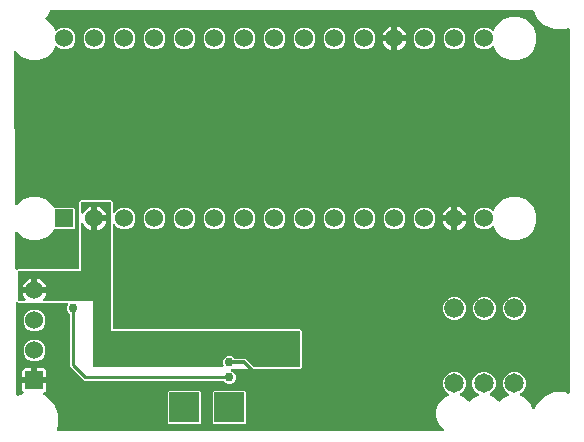
<source format=gbr>
G04 EAGLE Gerber RS-274X export*
G75*
%MOMM*%
%FSLAX34Y34*%
%LPD*%
%INBottom Copper*%
%IPPOS*%
%AMOC8*
5,1,8,0,0,1.08239X$1,22.5*%
G01*
%ADD10R,1.530000X1.530000*%
%ADD11C,1.530000*%
%ADD12C,1.650000*%
%ADD13C,1.676400*%
%ADD14R,1.524000X1.524000*%
%ADD15C,1.524000*%
%ADD16R,2.540000X2.540000*%
%ADD17C,0.756400*%
%ADD18C,0.254000*%
%ADD19C,0.304800*%

G36*
X371165Y10178D02*
X371165Y10178D01*
X371304Y10191D01*
X371323Y10198D01*
X371343Y10201D01*
X371472Y10252D01*
X371603Y10299D01*
X371620Y10310D01*
X371639Y10318D01*
X371751Y10399D01*
X371866Y10477D01*
X371880Y10493D01*
X371896Y10504D01*
X371985Y10612D01*
X372077Y10716D01*
X372086Y10734D01*
X372099Y10749D01*
X372158Y10875D01*
X372221Y10999D01*
X372226Y11019D01*
X372234Y11037D01*
X372260Y11173D01*
X372291Y11309D01*
X372290Y11330D01*
X372294Y11349D01*
X372285Y11488D01*
X372281Y11627D01*
X372276Y11647D01*
X372274Y11667D01*
X372232Y11799D01*
X372193Y11933D01*
X372183Y11950D01*
X372176Y11969D01*
X372102Y12087D01*
X372031Y12207D01*
X372013Y12228D01*
X372006Y12238D01*
X371991Y12252D01*
X371925Y12327D01*
X367723Y16529D01*
X365339Y22285D01*
X365339Y28515D01*
X367723Y34271D01*
X372129Y38677D01*
X375597Y40113D01*
X375717Y40182D01*
X375840Y40247D01*
X375855Y40260D01*
X375873Y40270D01*
X375973Y40367D01*
X376076Y40461D01*
X376087Y40478D01*
X376101Y40492D01*
X376174Y40610D01*
X376250Y40726D01*
X376257Y40746D01*
X376267Y40763D01*
X376308Y40896D01*
X376353Y41027D01*
X376355Y41047D01*
X376361Y41067D01*
X376368Y41206D01*
X376379Y41344D01*
X376375Y41364D01*
X376376Y41384D01*
X376348Y41521D01*
X376324Y41658D01*
X376316Y41676D01*
X376312Y41696D01*
X376251Y41821D01*
X376194Y41948D01*
X376181Y41963D01*
X376172Y41982D01*
X376081Y42088D01*
X375995Y42196D01*
X375979Y42208D01*
X375966Y42224D01*
X375852Y42304D01*
X375741Y42387D01*
X375716Y42400D01*
X375706Y42407D01*
X375687Y42414D01*
X375596Y42458D01*
X375463Y42513D01*
X372713Y45263D01*
X371225Y48856D01*
X371225Y52744D01*
X372713Y56337D01*
X375463Y59087D01*
X379056Y60575D01*
X382944Y60575D01*
X386537Y59087D01*
X389287Y56337D01*
X390775Y52744D01*
X390775Y48856D01*
X389287Y45263D01*
X386537Y42513D01*
X386404Y42458D01*
X386283Y42389D01*
X386160Y42324D01*
X386145Y42311D01*
X386127Y42301D01*
X386028Y42204D01*
X385924Y42110D01*
X385913Y42093D01*
X385899Y42079D01*
X385826Y41961D01*
X385750Y41845D01*
X385743Y41825D01*
X385733Y41808D01*
X385692Y41676D01*
X385647Y41544D01*
X385645Y41524D01*
X385639Y41504D01*
X385632Y41365D01*
X385621Y41227D01*
X385625Y41207D01*
X385624Y41187D01*
X385652Y41051D01*
X385676Y40913D01*
X385684Y40895D01*
X385688Y40875D01*
X385749Y40750D01*
X385806Y40623D01*
X385819Y40608D01*
X385828Y40589D01*
X385918Y40484D01*
X386005Y40375D01*
X386021Y40363D01*
X386034Y40347D01*
X386148Y40267D01*
X386259Y40184D01*
X386284Y40171D01*
X386294Y40164D01*
X386313Y40157D01*
X386403Y40113D01*
X389871Y38677D01*
X392802Y35745D01*
X392897Y35672D01*
X392986Y35593D01*
X393022Y35575D01*
X393054Y35550D01*
X393163Y35503D01*
X393269Y35449D01*
X393308Y35440D01*
X393346Y35424D01*
X393463Y35405D01*
X393579Y35379D01*
X393620Y35380D01*
X393660Y35374D01*
X393778Y35385D01*
X393897Y35389D01*
X393936Y35400D01*
X393976Y35404D01*
X394089Y35444D01*
X394203Y35477D01*
X394237Y35498D01*
X394276Y35511D01*
X394374Y35578D01*
X394477Y35639D01*
X394522Y35679D01*
X394539Y35690D01*
X394552Y35705D01*
X394597Y35745D01*
X397529Y38677D01*
X400796Y40030D01*
X400918Y40099D01*
X401040Y40164D01*
X401055Y40177D01*
X401073Y40188D01*
X401173Y40285D01*
X401275Y40378D01*
X401287Y40395D01*
X401301Y40409D01*
X401374Y40528D01*
X401450Y40644D01*
X401457Y40663D01*
X401467Y40680D01*
X401508Y40813D01*
X401553Y40944D01*
X401555Y40965D01*
X401561Y40984D01*
X401568Y41123D01*
X401579Y41261D01*
X401575Y41281D01*
X401576Y41302D01*
X401548Y41438D01*
X401524Y41575D01*
X401516Y41593D01*
X401512Y41613D01*
X401451Y41738D01*
X401394Y41865D01*
X401381Y41881D01*
X401372Y41899D01*
X401282Y42005D01*
X401195Y42113D01*
X401179Y42125D01*
X401166Y42141D01*
X401052Y42221D01*
X400941Y42304D01*
X400916Y42317D01*
X400906Y42324D01*
X400887Y42331D01*
X400796Y42375D01*
X400463Y42513D01*
X397713Y45263D01*
X396225Y48856D01*
X396225Y52744D01*
X397713Y56337D01*
X400463Y59087D01*
X404056Y60575D01*
X407944Y60575D01*
X411537Y59087D01*
X414287Y56337D01*
X415775Y52744D01*
X415775Y48856D01*
X414287Y45263D01*
X411513Y42489D01*
X411483Y42472D01*
X411360Y42407D01*
X411345Y42393D01*
X411327Y42383D01*
X411227Y42287D01*
X411125Y42193D01*
X411113Y42176D01*
X411099Y42162D01*
X411026Y42044D01*
X410950Y41927D01*
X410943Y41908D01*
X410933Y41891D01*
X410892Y41758D01*
X410847Y41627D01*
X410845Y41607D01*
X410839Y41587D01*
X410832Y41448D01*
X410821Y41310D01*
X410825Y41290D01*
X410824Y41269D01*
X410852Y41134D01*
X410876Y40996D01*
X410884Y40978D01*
X410888Y40958D01*
X410949Y40833D01*
X411006Y40706D01*
X411019Y40691D01*
X411028Y40672D01*
X411118Y40567D01*
X411205Y40458D01*
X411221Y40446D01*
X411234Y40430D01*
X411348Y40350D01*
X411459Y40267D01*
X411484Y40254D01*
X411494Y40247D01*
X411513Y40240D01*
X411604Y40196D01*
X415271Y38677D01*
X418202Y35745D01*
X418297Y35672D01*
X418386Y35593D01*
X418422Y35575D01*
X418454Y35550D01*
X418563Y35503D01*
X418669Y35449D01*
X418708Y35440D01*
X418746Y35424D01*
X418863Y35405D01*
X418979Y35379D01*
X419020Y35380D01*
X419060Y35374D01*
X419178Y35385D01*
X419297Y35389D01*
X419336Y35400D01*
X419376Y35404D01*
X419489Y35444D01*
X419603Y35477D01*
X419637Y35498D01*
X419676Y35511D01*
X419774Y35578D01*
X419877Y35639D01*
X419922Y35679D01*
X419939Y35690D01*
X419952Y35705D01*
X419997Y35745D01*
X422929Y38677D01*
X426396Y40113D01*
X426517Y40182D01*
X426640Y40247D01*
X426655Y40260D01*
X426673Y40270D01*
X426773Y40368D01*
X426875Y40461D01*
X426887Y40477D01*
X426901Y40492D01*
X426974Y40611D01*
X427050Y40726D01*
X427057Y40746D01*
X427067Y40763D01*
X427108Y40896D01*
X427153Y41027D01*
X427155Y41047D01*
X427161Y41067D01*
X427168Y41206D01*
X427179Y41344D01*
X427175Y41364D01*
X427176Y41384D01*
X427148Y41520D01*
X427124Y41658D01*
X427116Y41676D01*
X427112Y41696D01*
X427051Y41821D01*
X426994Y41948D01*
X426981Y41963D01*
X426972Y41982D01*
X426882Y42088D01*
X426795Y42196D01*
X426779Y42208D01*
X426766Y42224D01*
X426651Y42304D01*
X426541Y42387D01*
X426516Y42400D01*
X426506Y42407D01*
X426487Y42414D01*
X426396Y42458D01*
X426263Y42513D01*
X423513Y45263D01*
X422025Y48856D01*
X422025Y52744D01*
X423513Y56337D01*
X426263Y59087D01*
X429856Y60575D01*
X433744Y60575D01*
X437337Y59087D01*
X440087Y56337D01*
X441575Y52744D01*
X441575Y48856D01*
X440087Y45263D01*
X437337Y42513D01*
X437204Y42458D01*
X437083Y42389D01*
X436960Y42324D01*
X436945Y42311D01*
X436927Y42301D01*
X436828Y42204D01*
X436725Y42110D01*
X436713Y42093D01*
X436699Y42079D01*
X436626Y41961D01*
X436550Y41845D01*
X436543Y41825D01*
X436533Y41808D01*
X436492Y41675D01*
X436447Y41544D01*
X436445Y41524D01*
X436439Y41504D01*
X436432Y41365D01*
X436421Y41227D01*
X436425Y41207D01*
X436424Y41187D01*
X436452Y41050D01*
X436476Y40913D01*
X436484Y40895D01*
X436488Y40875D01*
X436549Y40750D01*
X436606Y40623D01*
X436619Y40608D01*
X436628Y40589D01*
X436718Y40484D01*
X436805Y40375D01*
X436821Y40363D01*
X436834Y40347D01*
X436948Y40268D01*
X437059Y40184D01*
X437084Y40171D01*
X437094Y40164D01*
X437113Y40157D01*
X437204Y40113D01*
X440671Y38677D01*
X445077Y34271D01*
X446833Y30031D01*
X446902Y29910D01*
X446967Y29787D01*
X446980Y29772D01*
X446990Y29755D01*
X447087Y29655D01*
X447181Y29552D01*
X447198Y29541D01*
X447212Y29526D01*
X447330Y29454D01*
X447446Y29377D01*
X447466Y29371D01*
X447483Y29360D01*
X447615Y29319D01*
X447747Y29274D01*
X447767Y29272D01*
X447787Y29266D01*
X447925Y29260D01*
X448064Y29249D01*
X448084Y29252D01*
X448104Y29251D01*
X448240Y29279D01*
X448378Y29303D01*
X448396Y29311D01*
X448416Y29316D01*
X448541Y29377D01*
X448668Y29434D01*
X448683Y29446D01*
X448702Y29455D01*
X448808Y29546D01*
X448916Y29632D01*
X448928Y29648D01*
X448944Y29662D01*
X449024Y29776D01*
X449107Y29886D01*
X449120Y29912D01*
X449127Y29922D01*
X449134Y29941D01*
X449178Y30031D01*
X450520Y33270D01*
X456950Y39700D01*
X465353Y43181D01*
X474447Y43181D01*
X477034Y42109D01*
X477082Y42096D01*
X477127Y42075D01*
X477235Y42054D01*
X477341Y42025D01*
X477391Y42024D01*
X477440Y42015D01*
X477549Y42022D01*
X477659Y42020D01*
X477707Y42032D01*
X477757Y42035D01*
X477861Y42069D01*
X477968Y42094D01*
X478012Y42118D01*
X478059Y42133D01*
X478152Y42192D01*
X478249Y42243D01*
X478286Y42276D01*
X478328Y42303D01*
X478403Y42383D01*
X478485Y42457D01*
X478512Y42498D01*
X478546Y42535D01*
X478599Y42631D01*
X478659Y42723D01*
X478676Y42770D01*
X478700Y42813D01*
X478727Y42919D01*
X478763Y43023D01*
X478767Y43073D01*
X478779Y43121D01*
X478789Y43282D01*
X478789Y350418D01*
X478783Y350468D01*
X478785Y350517D01*
X478763Y350625D01*
X478749Y350734D01*
X478731Y350780D01*
X478721Y350829D01*
X478673Y350927D01*
X478632Y351029D01*
X478603Y351070D01*
X478581Y351114D01*
X478510Y351198D01*
X478446Y351287D01*
X478407Y351318D01*
X478375Y351356D01*
X478285Y351419D01*
X478201Y351490D01*
X478156Y351511D01*
X478115Y351539D01*
X478012Y351578D01*
X477913Y351625D01*
X477864Y351634D01*
X477818Y351652D01*
X477708Y351664D01*
X477601Y351685D01*
X477551Y351682D01*
X477502Y351687D01*
X477393Y351672D01*
X477283Y351665D01*
X477236Y351650D01*
X477187Y351643D01*
X477034Y351591D01*
X474447Y350519D01*
X465353Y350519D01*
X456950Y354000D01*
X450520Y360430D01*
X448111Y366246D01*
X448096Y366271D01*
X448087Y366299D01*
X448018Y366409D01*
X447953Y366522D01*
X447933Y366543D01*
X447917Y366568D01*
X447822Y366657D01*
X447732Y366750D01*
X447707Y366766D01*
X447685Y366786D01*
X447572Y366849D01*
X447461Y366917D01*
X447433Y366925D01*
X447407Y366940D01*
X447281Y366972D01*
X447157Y367010D01*
X447127Y367012D01*
X447099Y367019D01*
X446938Y367029D01*
X39690Y367029D01*
X39660Y367026D01*
X39631Y367028D01*
X39503Y367006D01*
X39374Y366989D01*
X39347Y366979D01*
X39318Y366974D01*
X39199Y366920D01*
X39078Y366872D01*
X39055Y366855D01*
X39028Y366843D01*
X38926Y366762D01*
X38821Y366686D01*
X38802Y366663D01*
X38779Y366644D01*
X38701Y366541D01*
X38618Y366441D01*
X38606Y366414D01*
X38588Y366390D01*
X38517Y366246D01*
X37160Y362970D01*
X34958Y360768D01*
X34928Y360729D01*
X34891Y360695D01*
X34831Y360604D01*
X34763Y360517D01*
X34743Y360471D01*
X34716Y360430D01*
X34681Y360326D01*
X34637Y360225D01*
X34629Y360176D01*
X34613Y360129D01*
X34604Y360020D01*
X34587Y359911D01*
X34592Y359861D01*
X34588Y359812D01*
X34606Y359704D01*
X34617Y359594D01*
X34634Y359548D01*
X34642Y359499D01*
X34687Y359398D01*
X34724Y359295D01*
X34752Y359254D01*
X34773Y359209D01*
X34841Y359123D01*
X34903Y359032D01*
X34940Y358999D01*
X34971Y358960D01*
X35059Y358894D01*
X35141Y358821D01*
X35186Y358799D01*
X35225Y358769D01*
X35370Y358698D01*
X35829Y358508D01*
X41008Y353329D01*
X42416Y349930D01*
X42440Y349887D01*
X42457Y349840D01*
X42519Y349749D01*
X42573Y349654D01*
X42608Y349618D01*
X42636Y349577D01*
X42718Y349505D01*
X42794Y349425D01*
X42837Y349399D01*
X42874Y349367D01*
X42972Y349317D01*
X43066Y349259D01*
X43113Y349245D01*
X43157Y349222D01*
X43265Y349198D01*
X43370Y349166D01*
X43419Y349163D01*
X43468Y349152D01*
X43578Y349156D01*
X43687Y349150D01*
X43736Y349161D01*
X43786Y349162D01*
X43891Y349193D01*
X43999Y349215D01*
X44043Y349237D01*
X44091Y349250D01*
X44186Y349306D01*
X44284Y349354D01*
X44322Y349387D01*
X44365Y349412D01*
X44486Y349518D01*
X45620Y350653D01*
X48981Y352045D01*
X52619Y352045D01*
X55980Y350653D01*
X58553Y348080D01*
X59945Y344719D01*
X59945Y341081D01*
X58553Y337720D01*
X55980Y335147D01*
X52619Y333755D01*
X48981Y333755D01*
X45620Y335147D01*
X44486Y336282D01*
X44447Y336312D01*
X44413Y336349D01*
X44321Y336409D01*
X44235Y336477D01*
X44189Y336496D01*
X44147Y336524D01*
X44043Y336559D01*
X43943Y336603D01*
X43894Y336611D01*
X43847Y336627D01*
X43737Y336636D01*
X43629Y336653D01*
X43579Y336648D01*
X43530Y336652D01*
X43421Y336633D01*
X43312Y336623D01*
X43265Y336606D01*
X43216Y336598D01*
X43116Y336553D01*
X43013Y336515D01*
X42972Y336487D01*
X42926Y336467D01*
X42841Y336399D01*
X42750Y336337D01*
X42717Y336300D01*
X42678Y336268D01*
X42612Y336181D01*
X42539Y336098D01*
X42516Y336054D01*
X42487Y336014D01*
X42416Y335870D01*
X41008Y332471D01*
X35829Y327292D01*
X29062Y324489D01*
X21738Y324489D01*
X14971Y327292D01*
X10191Y332073D01*
X10078Y332160D01*
X9967Y332251D01*
X9952Y332258D01*
X9939Y332268D01*
X9808Y332325D01*
X9678Y332385D01*
X9662Y332388D01*
X9647Y332394D01*
X9506Y332416D01*
X9365Y332442D01*
X9349Y332441D01*
X9333Y332444D01*
X9190Y332430D01*
X9048Y332421D01*
X9033Y332416D01*
X9017Y332414D01*
X8882Y332365D01*
X8746Y332321D01*
X8733Y332312D01*
X8717Y332306D01*
X8599Y332226D01*
X8479Y332149D01*
X8468Y332137D01*
X8454Y332128D01*
X8359Y332020D01*
X8262Y331916D01*
X8255Y331902D01*
X8244Y331889D01*
X8179Y331762D01*
X8110Y331636D01*
X8107Y331621D01*
X8099Y331606D01*
X8068Y331467D01*
X8033Y331328D01*
X8032Y331306D01*
X8030Y331296D01*
X8030Y331277D01*
X8024Y331167D01*
X8851Y203043D01*
X8868Y202910D01*
X8870Y202891D01*
X8873Y202850D01*
X8875Y202844D01*
X8881Y202775D01*
X8889Y202752D01*
X8893Y202728D01*
X8943Y202603D01*
X8989Y202476D01*
X9002Y202456D01*
X9011Y202433D01*
X9092Y202324D01*
X9167Y202213D01*
X9185Y202197D01*
X9200Y202177D01*
X9305Y202091D01*
X9406Y202002D01*
X9427Y201991D01*
X9446Y201976D01*
X9569Y201919D01*
X9689Y201858D01*
X9713Y201852D01*
X9735Y201842D01*
X9868Y201818D01*
X9999Y201788D01*
X10024Y201789D01*
X10048Y201784D01*
X10182Y201794D01*
X10317Y201798D01*
X10341Y201805D01*
X10365Y201806D01*
X10493Y201849D01*
X10623Y201886D01*
X10644Y201899D01*
X10667Y201906D01*
X10780Y201979D01*
X10897Y202048D01*
X10922Y202070D01*
X10934Y202078D01*
X10949Y202094D01*
X11017Y202154D01*
X14971Y206108D01*
X21738Y208911D01*
X29062Y208911D01*
X35829Y206108D01*
X41008Y200929D01*
X41215Y200428D01*
X41230Y200403D01*
X41239Y200375D01*
X41308Y200265D01*
X41373Y200152D01*
X41393Y200131D01*
X41409Y200106D01*
X41504Y200017D01*
X41594Y199924D01*
X41619Y199908D01*
X41641Y199888D01*
X41754Y199825D01*
X41865Y199757D01*
X41893Y199749D01*
X41919Y199734D01*
X42045Y199702D01*
X42169Y199664D01*
X42199Y199662D01*
X42227Y199655D01*
X42388Y199645D01*
X59052Y199645D01*
X59945Y198752D01*
X59945Y182248D01*
X59052Y181355D01*
X42388Y181355D01*
X42359Y181352D01*
X42329Y181354D01*
X42201Y181332D01*
X42072Y181315D01*
X42045Y181305D01*
X42016Y181300D01*
X41897Y181246D01*
X41777Y181198D01*
X41753Y181181D01*
X41726Y181169D01*
X41625Y181088D01*
X41519Y181012D01*
X41500Y180989D01*
X41477Y180970D01*
X41399Y180867D01*
X41316Y180767D01*
X41304Y180740D01*
X41286Y180716D01*
X41215Y180572D01*
X41008Y180071D01*
X35829Y174892D01*
X29062Y172089D01*
X21738Y172089D01*
X14971Y174892D01*
X11180Y178683D01*
X11067Y178771D01*
X10957Y178861D01*
X10942Y178868D01*
X10929Y178878D01*
X10798Y178935D01*
X10668Y178995D01*
X10652Y178998D01*
X10637Y179004D01*
X10496Y179027D01*
X10355Y179053D01*
X10339Y179051D01*
X10323Y179054D01*
X10180Y179041D01*
X10038Y179031D01*
X10023Y179026D01*
X10007Y179024D01*
X9871Y178976D01*
X9736Y178931D01*
X9723Y178922D01*
X9707Y178917D01*
X9589Y178836D01*
X9469Y178759D01*
X9458Y178747D01*
X9444Y178738D01*
X9349Y178630D01*
X9252Y178526D01*
X9244Y178512D01*
X9234Y178500D01*
X9168Y178372D01*
X9100Y178246D01*
X9096Y178231D01*
X9089Y178216D01*
X9058Y178077D01*
X9023Y177938D01*
X9022Y177916D01*
X9019Y177906D01*
X9020Y177887D01*
X9014Y177777D01*
X9204Y148292D01*
X9222Y148159D01*
X9234Y148024D01*
X9243Y148001D01*
X9246Y147977D01*
X9296Y147852D01*
X9342Y147725D01*
X9356Y147705D01*
X9365Y147682D01*
X9445Y147573D01*
X9521Y147462D01*
X9539Y147446D01*
X9553Y147426D01*
X9658Y147340D01*
X9759Y147251D01*
X9781Y147240D01*
X9800Y147225D01*
X9922Y147168D01*
X10042Y147107D01*
X10066Y147101D01*
X10088Y147091D01*
X10221Y147067D01*
X10353Y147037D01*
X10377Y147038D01*
X10401Y147033D01*
X10536Y147043D01*
X10670Y147047D01*
X10694Y147053D01*
X10718Y147055D01*
X10846Y147098D01*
X10976Y147135D01*
X10997Y147147D01*
X11020Y147155D01*
X11133Y147228D01*
X11250Y147297D01*
X11276Y147319D01*
X11288Y147327D01*
X11302Y147343D01*
X11371Y147403D01*
X11542Y147575D01*
X61976Y147575D01*
X62094Y147590D01*
X62213Y147597D01*
X62251Y147610D01*
X62292Y147615D01*
X62402Y147658D01*
X62515Y147695D01*
X62550Y147717D01*
X62587Y147732D01*
X62683Y147801D01*
X62784Y147865D01*
X62812Y147895D01*
X62845Y147918D01*
X62921Y148010D01*
X63002Y148097D01*
X63022Y148132D01*
X63047Y148163D01*
X63098Y148271D01*
X63156Y148375D01*
X63166Y148415D01*
X63183Y148451D01*
X63205Y148568D01*
X63235Y148683D01*
X63239Y148743D01*
X63243Y148763D01*
X63241Y148784D01*
X63245Y148844D01*
X63245Y204358D01*
X64882Y205995D01*
X90058Y205995D01*
X91695Y204358D01*
X91695Y196592D01*
X91712Y196454D01*
X91725Y196315D01*
X91732Y196296D01*
X91735Y196276D01*
X91786Y196147D01*
X91833Y196016D01*
X91844Y195999D01*
X91852Y195980D01*
X91933Y195868D01*
X92011Y195753D01*
X92027Y195739D01*
X92038Y195723D01*
X92146Y195634D01*
X92250Y195542D01*
X92268Y195533D01*
X92283Y195520D01*
X92409Y195461D01*
X92533Y195398D01*
X92553Y195393D01*
X92571Y195385D01*
X92707Y195359D01*
X92843Y195328D01*
X92864Y195329D01*
X92883Y195325D01*
X93022Y195333D01*
X93161Y195338D01*
X93181Y195343D01*
X93201Y195345D01*
X93333Y195387D01*
X93467Y195426D01*
X93484Y195436D01*
X93503Y195443D01*
X93621Y195517D01*
X93741Y195588D01*
X93762Y195606D01*
X93772Y195613D01*
X93786Y195628D01*
X93861Y195694D01*
X96420Y198253D01*
X99781Y199645D01*
X103419Y199645D01*
X106780Y198253D01*
X109353Y195680D01*
X110745Y192319D01*
X110745Y188681D01*
X109353Y185320D01*
X106780Y182747D01*
X103419Y181355D01*
X99781Y181355D01*
X96420Y182747D01*
X93861Y185306D01*
X93752Y185391D01*
X93645Y185480D01*
X93626Y185488D01*
X93610Y185501D01*
X93482Y185556D01*
X93357Y185615D01*
X93337Y185619D01*
X93318Y185627D01*
X93180Y185649D01*
X93044Y185675D01*
X93024Y185674D01*
X93004Y185677D01*
X92865Y185664D01*
X92727Y185655D01*
X92708Y185649D01*
X92688Y185647D01*
X92556Y185600D01*
X92425Y185557D01*
X92407Y185547D01*
X92388Y185540D01*
X92273Y185462D01*
X92156Y185387D01*
X92142Y185372D01*
X92125Y185361D01*
X92033Y185257D01*
X91938Y185156D01*
X91928Y185138D01*
X91915Y185123D01*
X91851Y184999D01*
X91784Y184877D01*
X91779Y184858D01*
X91770Y184839D01*
X91740Y184704D01*
X91705Y184569D01*
X91703Y184541D01*
X91700Y184529D01*
X91701Y184509D01*
X91695Y184408D01*
X91695Y98044D01*
X91710Y97926D01*
X91717Y97807D01*
X91730Y97769D01*
X91735Y97728D01*
X91778Y97618D01*
X91815Y97505D01*
X91837Y97470D01*
X91852Y97433D01*
X91921Y97337D01*
X91985Y97236D01*
X92015Y97208D01*
X92038Y97175D01*
X92130Y97099D01*
X92217Y97018D01*
X92252Y96998D01*
X92283Y96973D01*
X92391Y96922D01*
X92495Y96864D01*
X92535Y96854D01*
X92571Y96837D01*
X92688Y96815D01*
X92803Y96785D01*
X92863Y96781D01*
X92883Y96777D01*
X92904Y96779D01*
X92964Y96775D01*
X250078Y96775D01*
X251715Y95138D01*
X251715Y64882D01*
X250078Y63245D01*
X192967Y63245D01*
X192898Y63237D01*
X192828Y63238D01*
X192740Y63217D01*
X192651Y63205D01*
X192586Y63180D01*
X192518Y63163D01*
X192439Y63121D01*
X192356Y63088D01*
X192299Y63047D01*
X192237Y63015D01*
X192171Y62954D01*
X192098Y62902D01*
X192054Y62848D01*
X192002Y62801D01*
X191953Y62726D01*
X191895Y62657D01*
X191866Y62593D01*
X191827Y62535D01*
X191798Y62450D01*
X191760Y62369D01*
X191747Y62300D01*
X191724Y62234D01*
X191717Y62145D01*
X191700Y62057D01*
X191704Y61987D01*
X191699Y61917D01*
X191714Y61829D01*
X191720Y61739D01*
X191741Y61673D01*
X191753Y61604D01*
X191790Y61522D01*
X191818Y61437D01*
X191855Y61378D01*
X191884Y61314D01*
X191940Y61244D01*
X191988Y61168D01*
X192039Y61120D01*
X192082Y61066D01*
X192154Y61011D01*
X192220Y60950D01*
X192281Y60916D01*
X192337Y60874D01*
X192481Y60803D01*
X193506Y60379D01*
X194999Y58886D01*
X195807Y56936D01*
X195807Y54824D01*
X194999Y52874D01*
X193506Y51381D01*
X191556Y50573D01*
X189444Y50573D01*
X187494Y51381D01*
X186162Y52714D01*
X186083Y52774D01*
X186011Y52842D01*
X185958Y52871D01*
X185910Y52908D01*
X185819Y52948D01*
X185733Y52996D01*
X185674Y53011D01*
X185618Y53035D01*
X185521Y53050D01*
X185425Y53075D01*
X185325Y53081D01*
X185304Y53085D01*
X185292Y53083D01*
X185264Y53085D01*
X67422Y53085D01*
X65414Y55094D01*
X57634Y62874D01*
X55625Y64882D01*
X55625Y109064D01*
X55613Y109162D01*
X55610Y109261D01*
X55593Y109320D01*
X55585Y109380D01*
X55549Y109472D01*
X55521Y109567D01*
X55491Y109619D01*
X55468Y109675D01*
X55410Y109755D01*
X55360Y109841D01*
X55294Y109916D01*
X55282Y109933D01*
X55272Y109940D01*
X55254Y109962D01*
X53921Y111294D01*
X53113Y113244D01*
X53113Y115356D01*
X53948Y117370D01*
X53961Y117418D01*
X53982Y117463D01*
X54003Y117571D01*
X54032Y117677D01*
X54032Y117727D01*
X54042Y117776D01*
X54035Y117885D01*
X54037Y117995D01*
X54025Y118043D01*
X54022Y118093D01*
X53988Y118197D01*
X53963Y118304D01*
X53939Y118348D01*
X53924Y118395D01*
X53865Y118488D01*
X53814Y118585D01*
X53780Y118622D01*
X53754Y118664D01*
X53674Y118739D01*
X53600Y118821D01*
X53558Y118848D01*
X53522Y118882D01*
X53426Y118935D01*
X53334Y118995D01*
X53287Y119012D01*
X53244Y119036D01*
X53137Y119063D01*
X53033Y119099D01*
X52984Y119103D01*
X52936Y119115D01*
X52775Y119125D01*
X11536Y119125D01*
X11452Y119190D01*
X11341Y119281D01*
X11326Y119288D01*
X11314Y119298D01*
X11183Y119354D01*
X11052Y119415D01*
X11037Y119418D01*
X11022Y119424D01*
X10881Y119446D01*
X10740Y119472D01*
X10724Y119471D01*
X10708Y119474D01*
X10565Y119460D01*
X10422Y119451D01*
X10407Y119446D01*
X10391Y119444D01*
X10256Y119395D01*
X10121Y119351D01*
X10107Y119342D01*
X10092Y119337D01*
X9973Y119256D01*
X9853Y119179D01*
X9842Y119167D01*
X9829Y119158D01*
X9734Y119050D01*
X9637Y118946D01*
X9629Y118932D01*
X9618Y118920D01*
X9553Y118792D01*
X9485Y118666D01*
X9481Y118651D01*
X9474Y118636D01*
X9442Y118496D01*
X9407Y118358D01*
X9406Y118336D01*
X9404Y118326D01*
X9404Y118307D01*
X9398Y118197D01*
X9893Y41584D01*
X9899Y41539D01*
X9896Y41494D01*
X9919Y41382D01*
X9934Y41269D01*
X9951Y41227D01*
X9961Y41182D01*
X10011Y41080D01*
X10053Y40974D01*
X10080Y40937D01*
X10100Y40896D01*
X10174Y40810D01*
X10242Y40718D01*
X10277Y40689D01*
X10307Y40654D01*
X10400Y40589D01*
X10488Y40517D01*
X10530Y40498D01*
X10567Y40471D01*
X10673Y40431D01*
X10777Y40383D01*
X10822Y40375D01*
X10864Y40359D01*
X10978Y40346D01*
X11089Y40325D01*
X11135Y40328D01*
X11180Y40323D01*
X11293Y40339D01*
X11407Y40347D01*
X11450Y40361D01*
X11495Y40368D01*
X11648Y40420D01*
X15393Y41972D01*
X15437Y41996D01*
X15483Y42013D01*
X15574Y42075D01*
X15670Y42129D01*
X15705Y42164D01*
X15747Y42192D01*
X15819Y42274D01*
X15898Y42350D01*
X15924Y42393D01*
X15957Y42430D01*
X16007Y42528D01*
X16064Y42621D01*
X16079Y42669D01*
X16102Y42713D01*
X16126Y42820D01*
X16158Y42925D01*
X16160Y42975D01*
X16171Y43024D01*
X16168Y43133D01*
X16173Y43243D01*
X16163Y43292D01*
X16162Y43341D01*
X16131Y43447D01*
X16109Y43555D01*
X16087Y43599D01*
X16073Y43647D01*
X16017Y43741D01*
X15969Y43840D01*
X15937Y43878D01*
X15912Y43921D01*
X15871Y43967D01*
X15869Y43969D01*
X15867Y43972D01*
X15805Y44042D01*
X15717Y44130D01*
X15382Y44709D01*
X15209Y45356D01*
X15209Y50801D01*
X24130Y50801D01*
X24248Y50816D01*
X24367Y50823D01*
X24405Y50836D01*
X24445Y50841D01*
X24556Y50884D01*
X24669Y50921D01*
X24703Y50943D01*
X24741Y50958D01*
X24837Y51028D01*
X24938Y51091D01*
X24966Y51121D01*
X24998Y51144D01*
X25074Y51236D01*
X25156Y51323D01*
X25175Y51358D01*
X25201Y51389D01*
X25252Y51497D01*
X25309Y51601D01*
X25320Y51641D01*
X25337Y51677D01*
X25359Y51794D01*
X25389Y51909D01*
X25393Y51970D01*
X25397Y51990D01*
X25395Y52010D01*
X25399Y52070D01*
X25399Y53341D01*
X25401Y53341D01*
X25401Y52070D01*
X25416Y51952D01*
X25423Y51833D01*
X25436Y51795D01*
X25441Y51754D01*
X25485Y51644D01*
X25521Y51531D01*
X25543Y51496D01*
X25558Y51459D01*
X25628Y51363D01*
X25691Y51262D01*
X25721Y51234D01*
X25745Y51201D01*
X25836Y51126D01*
X25923Y51044D01*
X25958Y51024D01*
X25990Y50999D01*
X26097Y50948D01*
X26202Y50890D01*
X26241Y50880D01*
X26277Y50863D01*
X26394Y50841D01*
X26509Y50811D01*
X26570Y50807D01*
X26590Y50803D01*
X26610Y50805D01*
X26670Y50801D01*
X35591Y50801D01*
X35591Y45356D01*
X35418Y44709D01*
X35083Y44130D01*
X34610Y43657D01*
X34031Y43322D01*
X33413Y43157D01*
X33355Y43133D01*
X33293Y43118D01*
X33208Y43073D01*
X33118Y43037D01*
X33068Y42999D01*
X33012Y42970D01*
X32941Y42905D01*
X32863Y42847D01*
X32823Y42798D01*
X32777Y42756D01*
X32724Y42675D01*
X32663Y42600D01*
X32637Y42543D01*
X32602Y42490D01*
X32571Y42399D01*
X32530Y42311D01*
X32519Y42249D01*
X32499Y42189D01*
X32491Y42093D01*
X32474Y41998D01*
X32478Y41935D01*
X32473Y41872D01*
X32490Y41777D01*
X32497Y41681D01*
X32517Y41621D01*
X32528Y41559D01*
X32567Y41471D01*
X32598Y41379D01*
X32633Y41326D01*
X32658Y41269D01*
X32719Y41194D01*
X32771Y41112D01*
X32818Y41070D01*
X32857Y41020D01*
X32934Y40962D01*
X33005Y40897D01*
X33061Y40867D01*
X33111Y40829D01*
X33256Y40758D01*
X35810Y39700D01*
X42240Y33270D01*
X45721Y24867D01*
X45721Y15773D01*
X44123Y11916D01*
X44110Y11868D01*
X44089Y11823D01*
X44068Y11715D01*
X44039Y11609D01*
X44038Y11559D01*
X44029Y11510D01*
X44036Y11401D01*
X44034Y11291D01*
X44046Y11243D01*
X44049Y11193D01*
X44083Y11089D01*
X44108Y10982D01*
X44132Y10938D01*
X44147Y10891D01*
X44206Y10798D01*
X44257Y10701D01*
X44290Y10664D01*
X44317Y10622D01*
X44397Y10547D01*
X44471Y10465D01*
X44512Y10438D01*
X44549Y10404D01*
X44645Y10351D01*
X44737Y10291D01*
X44784Y10274D01*
X44827Y10250D01*
X44933Y10223D01*
X45037Y10187D01*
X45087Y10183D01*
X45135Y10171D01*
X45296Y10161D01*
X371027Y10161D01*
X371165Y10178D01*
G37*
G36*
X184484Y64777D02*
X184484Y64777D01*
X184533Y64775D01*
X184641Y64797D01*
X184750Y64811D01*
X184796Y64829D01*
X184845Y64839D01*
X184943Y64887D01*
X185046Y64928D01*
X185086Y64957D01*
X185130Y64979D01*
X185214Y65050D01*
X185303Y65114D01*
X185335Y65153D01*
X185372Y65185D01*
X185436Y65275D01*
X185506Y65359D01*
X185527Y65404D01*
X185555Y65445D01*
X185594Y65548D01*
X185641Y65647D01*
X185651Y65696D01*
X185668Y65742D01*
X185680Y65852D01*
X185701Y65960D01*
X185698Y66009D01*
X185703Y66058D01*
X185688Y66167D01*
X185681Y66277D01*
X185666Y66324D01*
X185659Y66373D01*
X185607Y66526D01*
X185193Y67524D01*
X185193Y69636D01*
X186001Y71586D01*
X187494Y73079D01*
X189444Y73887D01*
X191556Y73887D01*
X193506Y73079D01*
X194584Y72000D01*
X194663Y71940D01*
X194735Y71872D01*
X194788Y71843D01*
X194836Y71806D01*
X194927Y71766D01*
X195013Y71718D01*
X195072Y71703D01*
X195128Y71679D01*
X195225Y71664D01*
X195321Y71639D01*
X195421Y71633D01*
X195442Y71629D01*
X195454Y71631D01*
X195482Y71629D01*
X204463Y71629D01*
X210949Y65143D01*
X211027Y65082D01*
X211099Y65014D01*
X211152Y64985D01*
X211200Y64948D01*
X211291Y64908D01*
X211378Y64860D01*
X211436Y64845D01*
X211492Y64821D01*
X211590Y64806D01*
X211686Y64781D01*
X211786Y64775D01*
X211806Y64771D01*
X211819Y64773D01*
X211847Y64771D01*
X248920Y64771D01*
X249038Y64786D01*
X249157Y64793D01*
X249195Y64806D01*
X249236Y64811D01*
X249346Y64854D01*
X249459Y64891D01*
X249494Y64913D01*
X249531Y64928D01*
X249627Y64998D01*
X249728Y65061D01*
X249756Y65091D01*
X249789Y65114D01*
X249865Y65206D01*
X249946Y65293D01*
X249966Y65328D01*
X249991Y65359D01*
X250042Y65467D01*
X250100Y65571D01*
X250110Y65611D01*
X250127Y65647D01*
X250149Y65764D01*
X250179Y65879D01*
X250183Y65940D01*
X250187Y65960D01*
X250185Y65980D01*
X250189Y66040D01*
X250189Y93980D01*
X250174Y94098D01*
X250167Y94217D01*
X250154Y94255D01*
X250149Y94296D01*
X250106Y94406D01*
X250069Y94519D01*
X250047Y94554D01*
X250032Y94591D01*
X249963Y94687D01*
X249899Y94788D01*
X249869Y94816D01*
X249846Y94849D01*
X249754Y94925D01*
X249667Y95006D01*
X249632Y95026D01*
X249601Y95051D01*
X249493Y95102D01*
X249389Y95160D01*
X249349Y95170D01*
X249313Y95187D01*
X249196Y95209D01*
X249081Y95239D01*
X249021Y95243D01*
X249001Y95247D01*
X248980Y95245D01*
X248920Y95249D01*
X90169Y95249D01*
X90169Y203200D01*
X90154Y203318D01*
X90147Y203437D01*
X90134Y203475D01*
X90129Y203516D01*
X90086Y203626D01*
X90049Y203739D01*
X90027Y203774D01*
X90012Y203811D01*
X89943Y203907D01*
X89879Y204008D01*
X89849Y204036D01*
X89826Y204069D01*
X89734Y204145D01*
X89647Y204226D01*
X89612Y204246D01*
X89581Y204271D01*
X89473Y204322D01*
X89369Y204380D01*
X89329Y204390D01*
X89293Y204407D01*
X89176Y204429D01*
X89061Y204459D01*
X89001Y204463D01*
X88981Y204467D01*
X88960Y204465D01*
X88900Y204469D01*
X66040Y204469D01*
X65922Y204454D01*
X65803Y204447D01*
X65765Y204434D01*
X65724Y204429D01*
X65614Y204386D01*
X65501Y204349D01*
X65466Y204327D01*
X65429Y204312D01*
X65333Y204243D01*
X65232Y204179D01*
X65204Y204149D01*
X65171Y204126D01*
X65096Y204034D01*
X65014Y203947D01*
X64994Y203912D01*
X64969Y203881D01*
X64918Y203773D01*
X64860Y203669D01*
X64850Y203629D01*
X64833Y203593D01*
X64811Y203476D01*
X64781Y203361D01*
X64777Y203301D01*
X64773Y203281D01*
X64775Y203260D01*
X64771Y203200D01*
X64771Y195737D01*
X64773Y195717D01*
X64771Y195697D01*
X64793Y195559D01*
X64811Y195421D01*
X64818Y195403D01*
X64821Y195383D01*
X64876Y195255D01*
X64928Y195125D01*
X64939Y195109D01*
X64947Y195091D01*
X65032Y194981D01*
X65114Y194868D01*
X65130Y194855D01*
X65142Y194840D01*
X65252Y194754D01*
X65359Y194665D01*
X65378Y194657D01*
X65393Y194644D01*
X65521Y194589D01*
X65647Y194530D01*
X65667Y194526D01*
X65685Y194518D01*
X65823Y194496D01*
X65960Y194470D01*
X65979Y194471D01*
X65999Y194468D01*
X66138Y194481D01*
X66277Y194490D01*
X66296Y194496D01*
X66316Y194498D01*
X66447Y194545D01*
X66579Y194588D01*
X66596Y194598D01*
X66615Y194605D01*
X66730Y194683D01*
X66848Y194758D01*
X66862Y194772D01*
X66878Y194784D01*
X66970Y194888D01*
X67066Y194989D01*
X67076Y195007D01*
X67089Y195022D01*
X67171Y195160D01*
X67510Y195825D01*
X68450Y197119D01*
X69581Y198250D01*
X70875Y199190D01*
X72300Y199916D01*
X73661Y200359D01*
X73661Y191770D01*
X73676Y191652D01*
X73683Y191533D01*
X73696Y191495D01*
X73701Y191455D01*
X73744Y191344D01*
X73781Y191231D01*
X73803Y191197D01*
X73818Y191159D01*
X73888Y191063D01*
X73951Y190962D01*
X73981Y190934D01*
X74004Y190902D01*
X74096Y190826D01*
X74183Y190744D01*
X74218Y190725D01*
X74249Y190699D01*
X74357Y190648D01*
X74461Y190591D01*
X74501Y190580D01*
X74537Y190563D01*
X74654Y190541D01*
X74769Y190511D01*
X74830Y190507D01*
X74850Y190503D01*
X74870Y190505D01*
X74930Y190501D01*
X76201Y190501D01*
X76201Y190499D01*
X74930Y190499D01*
X74812Y190484D01*
X74693Y190477D01*
X74655Y190464D01*
X74614Y190459D01*
X74504Y190415D01*
X74391Y190379D01*
X74356Y190357D01*
X74319Y190342D01*
X74223Y190272D01*
X74122Y190209D01*
X74094Y190179D01*
X74061Y190155D01*
X73986Y190064D01*
X73904Y189977D01*
X73884Y189942D01*
X73859Y189910D01*
X73808Y189803D01*
X73750Y189698D01*
X73740Y189659D01*
X73723Y189623D01*
X73701Y189506D01*
X73671Y189391D01*
X73667Y189330D01*
X73663Y189310D01*
X73665Y189290D01*
X73661Y189230D01*
X73661Y180641D01*
X72300Y181084D01*
X70875Y181810D01*
X69581Y182750D01*
X68450Y183881D01*
X67510Y185175D01*
X67171Y185840D01*
X67160Y185856D01*
X67152Y185875D01*
X67071Y185987D01*
X66992Y186103D01*
X66977Y186116D01*
X66966Y186132D01*
X66858Y186221D01*
X66754Y186313D01*
X66736Y186322D01*
X66721Y186335D01*
X66595Y186394D01*
X66470Y186458D01*
X66451Y186462D01*
X66433Y186470D01*
X66296Y186496D01*
X66160Y186527D01*
X66140Y186526D01*
X66121Y186530D01*
X65981Y186521D01*
X65842Y186517D01*
X65823Y186512D01*
X65803Y186510D01*
X65670Y186467D01*
X65537Y186429D01*
X65520Y186418D01*
X65501Y186412D01*
X65383Y186338D01*
X65263Y186267D01*
X65249Y186253D01*
X65232Y186242D01*
X65136Y186141D01*
X65038Y186042D01*
X65028Y186025D01*
X65014Y186011D01*
X64947Y185889D01*
X64876Y185769D01*
X64870Y185749D01*
X64860Y185732D01*
X64826Y185597D01*
X64787Y185463D01*
X64786Y185443D01*
X64781Y185424D01*
X64771Y185263D01*
X64771Y146049D01*
X12700Y146049D01*
X12582Y146034D01*
X12463Y146027D01*
X12425Y146014D01*
X12384Y146009D01*
X12274Y145966D01*
X12161Y145929D01*
X12126Y145907D01*
X12089Y145892D01*
X11993Y145823D01*
X11892Y145759D01*
X11864Y145729D01*
X11831Y145706D01*
X11756Y145614D01*
X11674Y145527D01*
X11654Y145492D01*
X11629Y145461D01*
X11578Y145353D01*
X11520Y145249D01*
X11510Y145209D01*
X11493Y145173D01*
X11471Y145056D01*
X11441Y144941D01*
X11437Y144881D01*
X11433Y144861D01*
X11435Y144840D01*
X11431Y144780D01*
X11431Y121920D01*
X11446Y121802D01*
X11453Y121683D01*
X11466Y121645D01*
X11471Y121604D01*
X11514Y121494D01*
X11551Y121381D01*
X11573Y121346D01*
X11588Y121309D01*
X11658Y121213D01*
X11721Y121112D01*
X11751Y121084D01*
X11774Y121051D01*
X11866Y120976D01*
X11953Y120894D01*
X11988Y120874D01*
X12019Y120849D01*
X12127Y120798D01*
X12231Y120740D01*
X12271Y120730D01*
X12307Y120713D01*
X12424Y120691D01*
X12539Y120661D01*
X12600Y120657D01*
X12620Y120653D01*
X12640Y120655D01*
X12700Y120651D01*
X16813Y120651D01*
X16951Y120668D01*
X17090Y120681D01*
X17109Y120688D01*
X17129Y120691D01*
X17258Y120742D01*
X17389Y120789D01*
X17406Y120800D01*
X17424Y120808D01*
X17537Y120889D01*
X17652Y120967D01*
X17665Y120983D01*
X17682Y120994D01*
X17770Y121102D01*
X17862Y121206D01*
X17872Y121224D01*
X17885Y121239D01*
X17944Y121365D01*
X18007Y121489D01*
X18011Y121509D01*
X18020Y121527D01*
X18046Y121663D01*
X18077Y121799D01*
X18076Y121820D01*
X18080Y121840D01*
X18071Y121978D01*
X18067Y122117D01*
X18061Y122137D01*
X18060Y122157D01*
X18017Y122289D01*
X17979Y122423D01*
X17968Y122440D01*
X17962Y122459D01*
X17888Y122577D01*
X17817Y122697D01*
X17798Y122718D01*
X17792Y122728D01*
X17777Y122742D01*
X17711Y122818D01*
X17627Y122901D01*
X16684Y124199D01*
X15956Y125628D01*
X15510Y127001D01*
X24130Y127001D01*
X24248Y127016D01*
X24367Y127023D01*
X24405Y127036D01*
X24445Y127041D01*
X24556Y127084D01*
X24669Y127121D01*
X24703Y127143D01*
X24741Y127158D01*
X24837Y127228D01*
X24938Y127291D01*
X24966Y127321D01*
X24998Y127344D01*
X25074Y127436D01*
X25156Y127523D01*
X25175Y127558D01*
X25201Y127589D01*
X25252Y127697D01*
X25309Y127801D01*
X25320Y127841D01*
X25337Y127877D01*
X25359Y127994D01*
X25389Y128109D01*
X25393Y128170D01*
X25397Y128190D01*
X25395Y128210D01*
X25399Y128270D01*
X25399Y129541D01*
X25401Y129541D01*
X25401Y128270D01*
X25416Y128152D01*
X25423Y128033D01*
X25436Y127995D01*
X25441Y127954D01*
X25485Y127844D01*
X25521Y127731D01*
X25543Y127696D01*
X25558Y127659D01*
X25628Y127563D01*
X25691Y127462D01*
X25721Y127434D01*
X25745Y127401D01*
X25836Y127326D01*
X25923Y127244D01*
X25958Y127224D01*
X25990Y127199D01*
X26097Y127148D01*
X26202Y127090D01*
X26241Y127080D01*
X26277Y127063D01*
X26394Y127041D01*
X26509Y127011D01*
X26570Y127007D01*
X26590Y127003D01*
X26610Y127005D01*
X26670Y127001D01*
X35290Y127001D01*
X34844Y125628D01*
X34116Y124199D01*
X33173Y122901D01*
X33089Y122818D01*
X33004Y122708D01*
X32915Y122601D01*
X32907Y122582D01*
X32894Y122566D01*
X32839Y122438D01*
X32780Y122313D01*
X32776Y122293D01*
X32768Y122275D01*
X32746Y122137D01*
X32720Y122001D01*
X32721Y121980D01*
X32718Y121960D01*
X32731Y121822D01*
X32740Y121683D01*
X32746Y121664D01*
X32748Y121644D01*
X32795Y121513D01*
X32838Y121381D01*
X32849Y121364D01*
X32856Y121345D01*
X32934Y121230D01*
X33008Y121112D01*
X33023Y121098D01*
X33034Y121081D01*
X33138Y120990D01*
X33240Y120894D01*
X33257Y120884D01*
X33273Y120871D01*
X33397Y120808D01*
X33518Y120740D01*
X33538Y120735D01*
X33556Y120726D01*
X33692Y120696D01*
X33826Y120661D01*
X33854Y120659D01*
X33866Y120657D01*
X33887Y120657D01*
X33987Y120651D01*
X74931Y120651D01*
X74931Y66040D01*
X74946Y65922D01*
X74953Y65803D01*
X74966Y65765D01*
X74971Y65724D01*
X75014Y65614D01*
X75051Y65501D01*
X75073Y65466D01*
X75088Y65429D01*
X75158Y65333D01*
X75221Y65232D01*
X75251Y65204D01*
X75274Y65171D01*
X75366Y65096D01*
X75453Y65014D01*
X75488Y64994D01*
X75519Y64969D01*
X75627Y64918D01*
X75731Y64860D01*
X75771Y64850D01*
X75807Y64833D01*
X75924Y64811D01*
X76039Y64781D01*
X76100Y64777D01*
X76120Y64773D01*
X76140Y64775D01*
X76200Y64771D01*
X184434Y64771D01*
X184484Y64777D01*
G37*
%LPC*%
G36*
X428138Y324489D02*
X428138Y324489D01*
X421371Y327292D01*
X416192Y332471D01*
X414784Y335870D01*
X414760Y335913D01*
X414743Y335960D01*
X414681Y336051D01*
X414627Y336146D01*
X414592Y336182D01*
X414564Y336223D01*
X414482Y336295D01*
X414406Y336375D01*
X414363Y336401D01*
X414326Y336433D01*
X414228Y336483D01*
X414134Y336541D01*
X414087Y336555D01*
X414043Y336578D01*
X413935Y336602D01*
X413830Y336634D01*
X413781Y336637D01*
X413732Y336648D01*
X413622Y336644D01*
X413513Y336650D01*
X413464Y336639D01*
X413414Y336638D01*
X413309Y336607D01*
X413201Y336585D01*
X413157Y336563D01*
X413109Y336550D01*
X413014Y336494D01*
X412916Y336446D01*
X412878Y336413D01*
X412835Y336388D01*
X412714Y336282D01*
X411580Y335147D01*
X408219Y333755D01*
X404581Y333755D01*
X401220Y335147D01*
X398647Y337720D01*
X397255Y341081D01*
X397255Y344719D01*
X398647Y348080D01*
X401220Y350653D01*
X404581Y352045D01*
X408219Y352045D01*
X411580Y350653D01*
X412714Y349518D01*
X412753Y349488D01*
X412787Y349451D01*
X412879Y349391D01*
X412965Y349323D01*
X413011Y349304D01*
X413053Y349276D01*
X413157Y349241D01*
X413257Y349197D01*
X413306Y349189D01*
X413353Y349173D01*
X413463Y349164D01*
X413571Y349147D01*
X413621Y349152D01*
X413670Y349148D01*
X413779Y349167D01*
X413888Y349177D01*
X413935Y349194D01*
X413984Y349202D01*
X414084Y349247D01*
X414187Y349285D01*
X414228Y349313D01*
X414274Y349333D01*
X414359Y349401D01*
X414450Y349463D01*
X414483Y349500D01*
X414522Y349532D01*
X414588Y349619D01*
X414661Y349702D01*
X414684Y349746D01*
X414713Y349786D01*
X414784Y349930D01*
X416192Y353329D01*
X421371Y358508D01*
X428138Y361311D01*
X435462Y361311D01*
X442229Y358508D01*
X447408Y353329D01*
X450211Y346562D01*
X450211Y339238D01*
X447408Y332471D01*
X442229Y327292D01*
X435462Y324489D01*
X428138Y324489D01*
G37*
%LPD*%
%LPC*%
G36*
X428138Y172089D02*
X428138Y172089D01*
X421371Y174892D01*
X416192Y180071D01*
X414784Y183470D01*
X414760Y183513D01*
X414743Y183560D01*
X414681Y183651D01*
X414627Y183746D01*
X414592Y183782D01*
X414564Y183823D01*
X414482Y183895D01*
X414406Y183975D01*
X414363Y184001D01*
X414326Y184033D01*
X414228Y184083D01*
X414134Y184141D01*
X414087Y184155D01*
X414043Y184178D01*
X413935Y184202D01*
X413830Y184234D01*
X413781Y184237D01*
X413732Y184248D01*
X413622Y184244D01*
X413513Y184250D01*
X413464Y184239D01*
X413414Y184238D01*
X413309Y184207D01*
X413201Y184185D01*
X413157Y184163D01*
X413109Y184150D01*
X413014Y184094D01*
X412916Y184046D01*
X412878Y184013D01*
X412835Y183988D01*
X412714Y183882D01*
X411580Y182747D01*
X408219Y181355D01*
X404581Y181355D01*
X401220Y182747D01*
X398647Y185320D01*
X397255Y188681D01*
X397255Y192319D01*
X398647Y195680D01*
X401220Y198253D01*
X404581Y199645D01*
X408219Y199645D01*
X411580Y198253D01*
X412714Y197118D01*
X412753Y197088D01*
X412787Y197051D01*
X412879Y196991D01*
X412965Y196923D01*
X413011Y196904D01*
X413053Y196876D01*
X413157Y196841D01*
X413257Y196797D01*
X413306Y196789D01*
X413353Y196773D01*
X413463Y196764D01*
X413571Y196747D01*
X413621Y196752D01*
X413670Y196748D01*
X413779Y196767D01*
X413888Y196777D01*
X413935Y196794D01*
X413984Y196802D01*
X414084Y196847D01*
X414187Y196885D01*
X414228Y196913D01*
X414274Y196933D01*
X414359Y197001D01*
X414450Y197063D01*
X414483Y197100D01*
X414522Y197132D01*
X414588Y197219D01*
X414661Y197302D01*
X414684Y197346D01*
X414713Y197386D01*
X414784Y197530D01*
X416192Y200929D01*
X421371Y206108D01*
X428138Y208911D01*
X435462Y208911D01*
X442229Y206108D01*
X447408Y200929D01*
X450211Y194162D01*
X450211Y186838D01*
X447408Y180071D01*
X442229Y174892D01*
X435462Y172089D01*
X428138Y172089D01*
G37*
%LPD*%
%LPC*%
G36*
X139068Y16255D02*
X139068Y16255D01*
X138175Y17148D01*
X138175Y43812D01*
X139068Y44705D01*
X165732Y44705D01*
X166625Y43812D01*
X166625Y17148D01*
X165732Y16255D01*
X139068Y16255D01*
G37*
%LPD*%
%LPC*%
G36*
X177168Y16255D02*
X177168Y16255D01*
X176275Y17148D01*
X176275Y43812D01*
X177168Y44705D01*
X203832Y44705D01*
X204725Y43812D01*
X204725Y17148D01*
X203832Y16255D01*
X177168Y16255D01*
G37*
%LPD*%
%LPC*%
G36*
X404429Y104393D02*
X404429Y104393D01*
X400788Y105901D01*
X398001Y108688D01*
X396493Y112329D01*
X396493Y116271D01*
X398001Y119912D01*
X400788Y122699D01*
X404429Y124207D01*
X408371Y124207D01*
X412012Y122699D01*
X414799Y119912D01*
X416307Y116271D01*
X416307Y112329D01*
X414799Y108688D01*
X412012Y105901D01*
X408371Y104393D01*
X404429Y104393D01*
G37*
%LPD*%
%LPC*%
G36*
X379029Y104393D02*
X379029Y104393D01*
X375388Y105901D01*
X372601Y108688D01*
X371093Y112329D01*
X371093Y116271D01*
X372601Y119912D01*
X375388Y122699D01*
X379029Y124207D01*
X382971Y124207D01*
X386612Y122699D01*
X389399Y119912D01*
X390907Y116271D01*
X390907Y112329D01*
X389399Y108688D01*
X386612Y105901D01*
X382971Y104393D01*
X379029Y104393D01*
G37*
%LPD*%
%LPC*%
G36*
X429829Y104393D02*
X429829Y104393D01*
X426188Y105901D01*
X423401Y108688D01*
X421893Y112329D01*
X421893Y116271D01*
X423401Y119912D01*
X426188Y122699D01*
X429829Y124207D01*
X433771Y124207D01*
X437412Y122699D01*
X440199Y119912D01*
X441707Y116271D01*
X441707Y112329D01*
X440199Y108688D01*
X437412Y105901D01*
X433771Y104393D01*
X429829Y104393D01*
G37*
%LPD*%
%LPC*%
G36*
X23575Y69565D02*
X23575Y69565D01*
X20203Y70962D01*
X17622Y73543D01*
X16225Y76915D01*
X16225Y80565D01*
X17622Y83937D01*
X20203Y86518D01*
X23575Y87915D01*
X27225Y87915D01*
X30597Y86518D01*
X33178Y83937D01*
X34575Y80565D01*
X34575Y76915D01*
X33178Y73543D01*
X30597Y70962D01*
X27225Y69565D01*
X23575Y69565D01*
G37*
%LPD*%
%LPC*%
G36*
X23575Y94965D02*
X23575Y94965D01*
X20203Y96362D01*
X17622Y98943D01*
X16225Y102315D01*
X16225Y105965D01*
X17622Y109337D01*
X20203Y111918D01*
X23575Y113315D01*
X27225Y113315D01*
X30597Y111918D01*
X33178Y109337D01*
X34575Y105965D01*
X34575Y102315D01*
X33178Y98943D01*
X30597Y96362D01*
X27225Y94965D01*
X23575Y94965D01*
G37*
%LPD*%
%LPC*%
G36*
X226781Y333755D02*
X226781Y333755D01*
X223420Y335147D01*
X220847Y337720D01*
X219455Y341081D01*
X219455Y344719D01*
X220847Y348080D01*
X223420Y350653D01*
X226781Y352045D01*
X230419Y352045D01*
X233780Y350653D01*
X236353Y348080D01*
X237745Y344719D01*
X237745Y341081D01*
X236353Y337720D01*
X233780Y335147D01*
X230419Y333755D01*
X226781Y333755D01*
G37*
%LPD*%
%LPC*%
G36*
X252181Y333755D02*
X252181Y333755D01*
X248820Y335147D01*
X246247Y337720D01*
X244855Y341081D01*
X244855Y344719D01*
X246247Y348080D01*
X248820Y350653D01*
X252181Y352045D01*
X255819Y352045D01*
X259180Y350653D01*
X261753Y348080D01*
X263145Y344719D01*
X263145Y341081D01*
X261753Y337720D01*
X259180Y335147D01*
X255819Y333755D01*
X252181Y333755D01*
G37*
%LPD*%
%LPC*%
G36*
X353781Y333755D02*
X353781Y333755D01*
X350420Y335147D01*
X347847Y337720D01*
X346455Y341081D01*
X346455Y344719D01*
X347847Y348080D01*
X350420Y350653D01*
X353781Y352045D01*
X357419Y352045D01*
X360780Y350653D01*
X363353Y348080D01*
X364745Y344719D01*
X364745Y341081D01*
X363353Y337720D01*
X360780Y335147D01*
X357419Y333755D01*
X353781Y333755D01*
G37*
%LPD*%
%LPC*%
G36*
X302981Y333755D02*
X302981Y333755D01*
X299620Y335147D01*
X297047Y337720D01*
X295655Y341081D01*
X295655Y344719D01*
X297047Y348080D01*
X299620Y350653D01*
X302981Y352045D01*
X306619Y352045D01*
X309980Y350653D01*
X312553Y348080D01*
X313945Y344719D01*
X313945Y341081D01*
X312553Y337720D01*
X309980Y335147D01*
X306619Y333755D01*
X302981Y333755D01*
G37*
%LPD*%
%LPC*%
G36*
X277581Y333755D02*
X277581Y333755D01*
X274220Y335147D01*
X271647Y337720D01*
X270255Y341081D01*
X270255Y344719D01*
X271647Y348080D01*
X274220Y350653D01*
X277581Y352045D01*
X281219Y352045D01*
X284580Y350653D01*
X287153Y348080D01*
X288545Y344719D01*
X288545Y341081D01*
X287153Y337720D01*
X284580Y335147D01*
X281219Y333755D01*
X277581Y333755D01*
G37*
%LPD*%
%LPC*%
G36*
X201381Y181355D02*
X201381Y181355D01*
X198020Y182747D01*
X195447Y185320D01*
X194055Y188681D01*
X194055Y192319D01*
X195447Y195680D01*
X198020Y198253D01*
X201381Y199645D01*
X205019Y199645D01*
X208380Y198253D01*
X210953Y195680D01*
X212345Y192319D01*
X212345Y188681D01*
X210953Y185320D01*
X208380Y182747D01*
X205019Y181355D01*
X201381Y181355D01*
G37*
%LPD*%
%LPC*%
G36*
X150581Y333755D02*
X150581Y333755D01*
X147220Y335147D01*
X144647Y337720D01*
X143255Y341081D01*
X143255Y344719D01*
X144647Y348080D01*
X147220Y350653D01*
X150581Y352045D01*
X154219Y352045D01*
X157580Y350653D01*
X160153Y348080D01*
X161545Y344719D01*
X161545Y341081D01*
X160153Y337720D01*
X157580Y335147D01*
X154219Y333755D01*
X150581Y333755D01*
G37*
%LPD*%
%LPC*%
G36*
X125181Y333755D02*
X125181Y333755D01*
X121820Y335147D01*
X119247Y337720D01*
X117855Y341081D01*
X117855Y344719D01*
X119247Y348080D01*
X121820Y350653D01*
X125181Y352045D01*
X128819Y352045D01*
X132180Y350653D01*
X134753Y348080D01*
X136145Y344719D01*
X136145Y341081D01*
X134753Y337720D01*
X132180Y335147D01*
X128819Y333755D01*
X125181Y333755D01*
G37*
%LPD*%
%LPC*%
G36*
X99781Y333755D02*
X99781Y333755D01*
X96420Y335147D01*
X93847Y337720D01*
X92455Y341081D01*
X92455Y344719D01*
X93847Y348080D01*
X96420Y350653D01*
X99781Y352045D01*
X103419Y352045D01*
X106780Y350653D01*
X109353Y348080D01*
X110745Y344719D01*
X110745Y341081D01*
X109353Y337720D01*
X106780Y335147D01*
X103419Y333755D01*
X99781Y333755D01*
G37*
%LPD*%
%LPC*%
G36*
X74381Y333755D02*
X74381Y333755D01*
X71020Y335147D01*
X68447Y337720D01*
X67055Y341081D01*
X67055Y344719D01*
X68447Y348080D01*
X71020Y350653D01*
X74381Y352045D01*
X78019Y352045D01*
X81380Y350653D01*
X83953Y348080D01*
X85345Y344719D01*
X85345Y341081D01*
X83953Y337720D01*
X81380Y335147D01*
X78019Y333755D01*
X74381Y333755D01*
G37*
%LPD*%
%LPC*%
G36*
X379181Y333755D02*
X379181Y333755D01*
X375820Y335147D01*
X373247Y337720D01*
X371855Y341081D01*
X371855Y344719D01*
X373247Y348080D01*
X375820Y350653D01*
X379181Y352045D01*
X382819Y352045D01*
X386180Y350653D01*
X388753Y348080D01*
X390145Y344719D01*
X390145Y341081D01*
X388753Y337720D01*
X386180Y335147D01*
X382819Y333755D01*
X379181Y333755D01*
G37*
%LPD*%
%LPC*%
G36*
X201381Y333755D02*
X201381Y333755D01*
X198020Y335147D01*
X195447Y337720D01*
X194055Y341081D01*
X194055Y344719D01*
X195447Y348080D01*
X198020Y350653D01*
X201381Y352045D01*
X205019Y352045D01*
X208380Y350653D01*
X210953Y348080D01*
X212345Y344719D01*
X212345Y341081D01*
X210953Y337720D01*
X208380Y335147D01*
X205019Y333755D01*
X201381Y333755D01*
G37*
%LPD*%
%LPC*%
G36*
X175981Y181355D02*
X175981Y181355D01*
X172620Y182747D01*
X170047Y185320D01*
X168655Y188681D01*
X168655Y192319D01*
X170047Y195680D01*
X172620Y198253D01*
X175981Y199645D01*
X179619Y199645D01*
X182980Y198253D01*
X185553Y195680D01*
X186945Y192319D01*
X186945Y188681D01*
X185553Y185320D01*
X182980Y182747D01*
X179619Y181355D01*
X175981Y181355D01*
G37*
%LPD*%
%LPC*%
G36*
X175981Y333755D02*
X175981Y333755D01*
X172620Y335147D01*
X170047Y337720D01*
X168655Y341081D01*
X168655Y344719D01*
X170047Y348080D01*
X172620Y350653D01*
X175981Y352045D01*
X179619Y352045D01*
X182980Y350653D01*
X185553Y348080D01*
X186945Y344719D01*
X186945Y341081D01*
X185553Y337720D01*
X182980Y335147D01*
X179619Y333755D01*
X175981Y333755D01*
G37*
%LPD*%
%LPC*%
G36*
X302981Y181355D02*
X302981Y181355D01*
X299620Y182747D01*
X297047Y185320D01*
X295655Y188681D01*
X295655Y192319D01*
X297047Y195680D01*
X299620Y198253D01*
X302981Y199645D01*
X306619Y199645D01*
X309980Y198253D01*
X312553Y195680D01*
X313945Y192319D01*
X313945Y188681D01*
X312553Y185320D01*
X309980Y182747D01*
X306619Y181355D01*
X302981Y181355D01*
G37*
%LPD*%
%LPC*%
G36*
X328381Y181355D02*
X328381Y181355D01*
X325020Y182747D01*
X322447Y185320D01*
X321055Y188681D01*
X321055Y192319D01*
X322447Y195680D01*
X325020Y198253D01*
X328381Y199645D01*
X332019Y199645D01*
X335380Y198253D01*
X337953Y195680D01*
X339345Y192319D01*
X339345Y188681D01*
X337953Y185320D01*
X335380Y182747D01*
X332019Y181355D01*
X328381Y181355D01*
G37*
%LPD*%
%LPC*%
G36*
X353781Y181355D02*
X353781Y181355D01*
X350420Y182747D01*
X347847Y185320D01*
X346455Y188681D01*
X346455Y192319D01*
X347847Y195680D01*
X350420Y198253D01*
X353781Y199645D01*
X357419Y199645D01*
X360780Y198253D01*
X363353Y195680D01*
X364745Y192319D01*
X364745Y188681D01*
X363353Y185320D01*
X360780Y182747D01*
X357419Y181355D01*
X353781Y181355D01*
G37*
%LPD*%
%LPC*%
G36*
X252181Y181355D02*
X252181Y181355D01*
X248820Y182747D01*
X246247Y185320D01*
X244855Y188681D01*
X244855Y192319D01*
X246247Y195680D01*
X248820Y198253D01*
X252181Y199645D01*
X255819Y199645D01*
X259180Y198253D01*
X261753Y195680D01*
X263145Y192319D01*
X263145Y188681D01*
X261753Y185320D01*
X259180Y182747D01*
X255819Y181355D01*
X252181Y181355D01*
G37*
%LPD*%
%LPC*%
G36*
X125181Y181355D02*
X125181Y181355D01*
X121820Y182747D01*
X119247Y185320D01*
X117855Y188681D01*
X117855Y192319D01*
X119247Y195680D01*
X121820Y198253D01*
X125181Y199645D01*
X128819Y199645D01*
X132180Y198253D01*
X134753Y195680D01*
X136145Y192319D01*
X136145Y188681D01*
X134753Y185320D01*
X132180Y182747D01*
X128819Y181355D01*
X125181Y181355D01*
G37*
%LPD*%
%LPC*%
G36*
X226781Y181355D02*
X226781Y181355D01*
X223420Y182747D01*
X220847Y185320D01*
X219455Y188681D01*
X219455Y192319D01*
X220847Y195680D01*
X223420Y198253D01*
X226781Y199645D01*
X230419Y199645D01*
X233780Y198253D01*
X236353Y195680D01*
X237745Y192319D01*
X237745Y188681D01*
X236353Y185320D01*
X233780Y182747D01*
X230419Y181355D01*
X226781Y181355D01*
G37*
%LPD*%
%LPC*%
G36*
X150581Y181355D02*
X150581Y181355D01*
X147220Y182747D01*
X144647Y185320D01*
X143255Y188681D01*
X143255Y192319D01*
X144647Y195680D01*
X147220Y198253D01*
X150581Y199645D01*
X154219Y199645D01*
X157580Y198253D01*
X160153Y195680D01*
X161545Y192319D01*
X161545Y188681D01*
X160153Y185320D01*
X157580Y182747D01*
X154219Y181355D01*
X150581Y181355D01*
G37*
%LPD*%
%LPC*%
G36*
X277581Y181355D02*
X277581Y181355D01*
X274220Y182747D01*
X271647Y185320D01*
X270255Y188681D01*
X270255Y192319D01*
X271647Y195680D01*
X274220Y198253D01*
X277581Y199645D01*
X281219Y199645D01*
X284580Y198253D01*
X287153Y195680D01*
X288545Y192319D01*
X288545Y188681D01*
X287153Y185320D01*
X284580Y182747D01*
X281219Y181355D01*
X277581Y181355D01*
G37*
%LPD*%
%LPC*%
G36*
X27939Y55879D02*
X27939Y55879D01*
X27939Y63531D01*
X33384Y63531D01*
X34031Y63358D01*
X34610Y63023D01*
X35083Y62550D01*
X35418Y61971D01*
X35591Y61324D01*
X35591Y55879D01*
X27939Y55879D01*
G37*
%LPD*%
%LPC*%
G36*
X15209Y55879D02*
X15209Y55879D01*
X15209Y61324D01*
X15382Y61971D01*
X15717Y62550D01*
X16190Y63023D01*
X16769Y63358D01*
X17416Y63531D01*
X22861Y63531D01*
X22861Y55879D01*
X15209Y55879D01*
G37*
%LPD*%
%LPC*%
G36*
X27939Y132079D02*
X27939Y132079D01*
X27939Y139430D01*
X29312Y138984D01*
X30741Y138256D01*
X32039Y137313D01*
X33173Y136179D01*
X34116Y134881D01*
X34844Y133452D01*
X35290Y132079D01*
X27939Y132079D01*
G37*
%LPD*%
%LPC*%
G36*
X15510Y132079D02*
X15510Y132079D01*
X15956Y133452D01*
X16684Y134881D01*
X17627Y136179D01*
X18761Y137313D01*
X20059Y138256D01*
X21488Y138984D01*
X22861Y139430D01*
X22861Y132079D01*
X15510Y132079D01*
G37*
%LPD*%
%LPC*%
G36*
X383539Y193039D02*
X383539Y193039D01*
X383539Y200359D01*
X384900Y199916D01*
X386325Y199190D01*
X387619Y198250D01*
X388750Y197119D01*
X389690Y195825D01*
X390416Y194400D01*
X390859Y193039D01*
X383539Y193039D01*
G37*
%LPD*%
%LPC*%
G36*
X78739Y193039D02*
X78739Y193039D01*
X78739Y200359D01*
X80100Y199916D01*
X81525Y199190D01*
X82819Y198250D01*
X83950Y197119D01*
X84890Y195825D01*
X85616Y194400D01*
X86059Y193039D01*
X78739Y193039D01*
G37*
%LPD*%
%LPC*%
G36*
X332739Y345439D02*
X332739Y345439D01*
X332739Y352759D01*
X334100Y352316D01*
X335525Y351590D01*
X336819Y350650D01*
X337950Y349519D01*
X338890Y348225D01*
X339616Y346800D01*
X340059Y345439D01*
X332739Y345439D01*
G37*
%LPD*%
%LPC*%
G36*
X383539Y187961D02*
X383539Y187961D01*
X390859Y187961D01*
X390416Y186600D01*
X389690Y185175D01*
X388750Y183881D01*
X387619Y182750D01*
X386325Y181810D01*
X384900Y181084D01*
X383539Y180641D01*
X383539Y187961D01*
G37*
%LPD*%
%LPC*%
G36*
X371141Y193039D02*
X371141Y193039D01*
X371584Y194400D01*
X372310Y195825D01*
X373250Y197119D01*
X374381Y198250D01*
X375675Y199190D01*
X377100Y199916D01*
X378461Y200359D01*
X378461Y193039D01*
X371141Y193039D01*
G37*
%LPD*%
%LPC*%
G36*
X332739Y340361D02*
X332739Y340361D01*
X340059Y340361D01*
X339616Y339000D01*
X338890Y337575D01*
X337950Y336281D01*
X336819Y335150D01*
X335525Y334210D01*
X334100Y333484D01*
X332739Y333041D01*
X332739Y340361D01*
G37*
%LPD*%
%LPC*%
G36*
X320341Y345439D02*
X320341Y345439D01*
X320784Y346800D01*
X321510Y348225D01*
X322450Y349519D01*
X323581Y350650D01*
X324875Y351590D01*
X326300Y352316D01*
X327661Y352759D01*
X327661Y345439D01*
X320341Y345439D01*
G37*
%LPD*%
%LPC*%
G36*
X78739Y187961D02*
X78739Y187961D01*
X86059Y187961D01*
X85616Y186600D01*
X84890Y185175D01*
X83950Y183881D01*
X82819Y182750D01*
X81525Y181810D01*
X80100Y181084D01*
X78739Y180641D01*
X78739Y187961D01*
G37*
%LPD*%
%LPC*%
G36*
X326300Y333484D02*
X326300Y333484D01*
X324875Y334210D01*
X323581Y335150D01*
X322450Y336281D01*
X321510Y337575D01*
X320784Y339000D01*
X320341Y340361D01*
X327661Y340361D01*
X327661Y333041D01*
X326300Y333484D01*
G37*
%LPD*%
%LPC*%
G36*
X377100Y181084D02*
X377100Y181084D01*
X375675Y181810D01*
X374381Y182750D01*
X373250Y183881D01*
X372310Y185175D01*
X371584Y186600D01*
X371141Y187961D01*
X378461Y187961D01*
X378461Y180641D01*
X377100Y181084D01*
G37*
%LPD*%
%LPC*%
G36*
X380999Y190499D02*
X380999Y190499D01*
X380999Y190501D01*
X381001Y190501D01*
X381001Y190499D01*
X380999Y190499D01*
G37*
%LPD*%
%LPC*%
G36*
X330199Y342899D02*
X330199Y342899D01*
X330199Y342901D01*
X330201Y342901D01*
X330201Y342899D01*
X330199Y342899D01*
G37*
%LPD*%
D10*
X25400Y53340D03*
D11*
X25400Y78740D03*
X25400Y104140D03*
X25400Y129540D03*
D12*
X381000Y50800D03*
X406000Y50800D03*
X431800Y50800D03*
D13*
X406400Y114300D03*
X431800Y114300D03*
X381000Y114300D03*
D14*
X50800Y190500D03*
D15*
X76200Y190500D03*
X101600Y190500D03*
X127000Y190500D03*
X152400Y190500D03*
X177800Y190500D03*
X203200Y190500D03*
X228600Y190500D03*
X254000Y190500D03*
X279400Y190500D03*
X304800Y190500D03*
X330200Y190500D03*
X355600Y190500D03*
X381000Y190500D03*
X406400Y190500D03*
X406400Y342900D03*
X381000Y342900D03*
X355600Y342900D03*
X330200Y342900D03*
X304800Y342900D03*
X279400Y342900D03*
X254000Y342900D03*
X228600Y342900D03*
X203200Y342900D03*
X177800Y342900D03*
X152400Y342900D03*
X127000Y342900D03*
X101600Y342900D03*
X76200Y342900D03*
X50800Y342900D03*
D16*
X190500Y30480D03*
X152400Y30480D03*
D17*
X58420Y114300D03*
X190500Y55880D03*
D18*
X68580Y55880D01*
X58420Y66040D02*
X58420Y114300D01*
X58420Y66040D02*
X68580Y55880D01*
D17*
X335280Y160020D03*
X218440Y53340D03*
X127000Y43180D03*
X104140Y43180D03*
X53340Y60960D03*
X190500Y68580D03*
D19*
X203200Y68580D01*
X218440Y53340D01*
D17*
X81280Y73660D03*
X88900Y81280D03*
X210820Y71120D03*
X220980Y71120D03*
M02*

</source>
